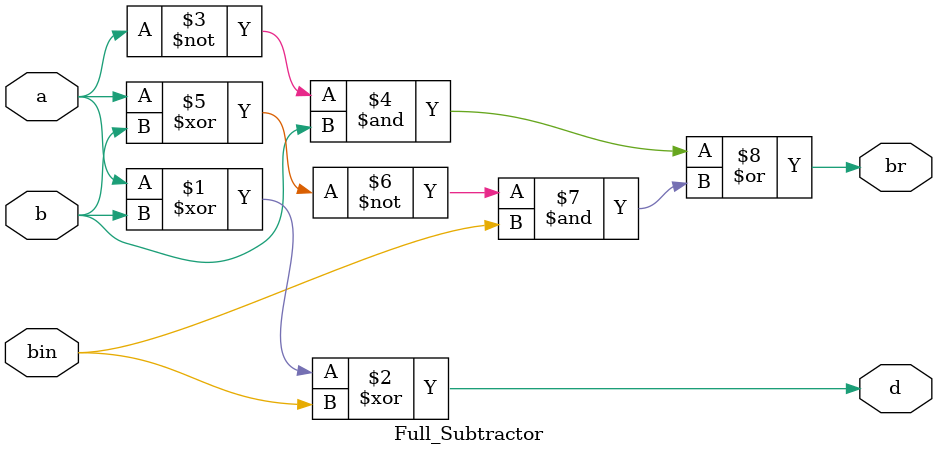
<source format=v>
`timescale 1ns / 1ps

module Full_Subtractor(
input a,b,bin,
output d,br
    );
    
    assign d=a^b^bin;
    assign br=(~a&b) | (~(a^b)&bin);
endmodule
</source>
